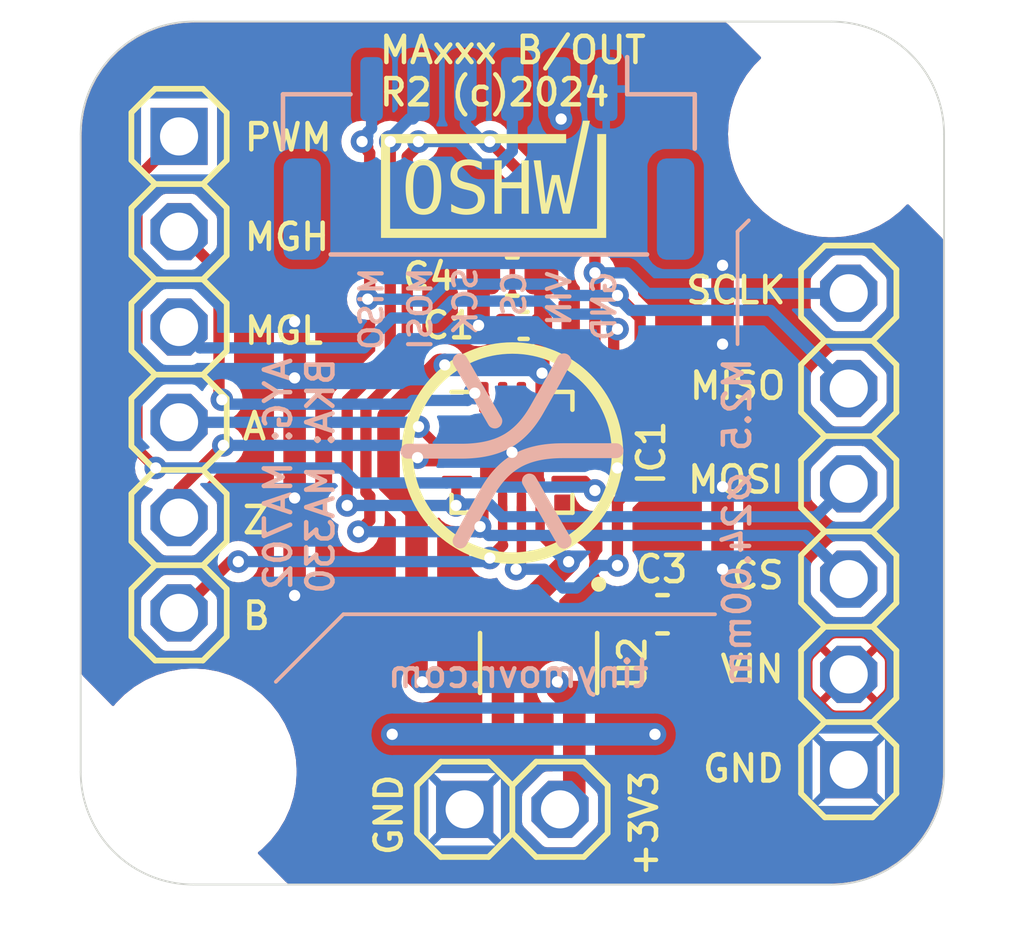
<source format=kicad_pcb>
(kicad_pcb (version 20221018) (generator pcbnew)
  (layers (0 "F.Cu" signal) (31 "B.Cu" signal) (34 "B.Paste" user) (35 "F.Paste" user) (36 "B.SilkS" user "B.Silkscreen") (37 "F.SilkS" user "F.Silkscreen") (38 "B.Mask" user) (39 "F.Mask" user) (44 "Edge.Cuts" user))
  (net 0 "")
  (net 1 "+3V3")
  (net 4 "/A")
  (net 5 "/Z")
  (net 6 "/MOSI")
  (net 7 "/CS")
  (net 8 "/B")
  (net 9 "/MISO")
  (net 10 "/PWM")
  (net 11 "/MGL")
  (net 12 "/SCLK")
  (net 15 "/MGH")
  (net 16 "+5V")
  (net 17 "GND")
  (footprint "MountingHole:MountingHole_2.7mm_M2.5_DIN965" (layer "F.Cu") (at 140 113.5)
    (fp_text reference "H1" hide)
    (fp_text value "MountingHole")
    (pad "" np_thru_hole circle (at 0 0) (size 2.7 2.7) (drill 2.7) (layers "F&B.Cu" "*.Mask") (clearance 1.4))
  )
  (footprint "Capacitor_SMD:C_0603_1608Metric" (layer "F.Cu") (at 148.5 100.3)
    (fp_text reference "C4" (at -2.225 0) (layer "F.SilkS") (effects (font (size 0.7 0.7) (thickness 0.12))))
    (fp_text value "2.2uF")
    (pad "1" smd roundrect (at -0.775 0) (size 0.9 0.95) (layers "F.Cu" "F.Paste" "F.Mask") (net 17 "GND"))
    (pad "2" smd roundrect (at 0.775 0) (size 0.9 0.95) (layers "F.Cu" "F.Paste" "F.Mask") (net 1 "+3V3"))
  )
  (footprint "MA702:1X06-S" (layer "F.Cu") (at 157.4611 107.0936 90)
    (fp_text reference "JP1" hide)
    (fp_text value "PINHD-1X06_2.54-S")
    (pad "1" thru_hole rect (at -6.35 0 90) (size 1.524 1.524) (drill 1.016) (layers "*.Cu" "*.Mask") (net 17 "GND"))
    (pad "2" thru_hole roundrect (at -3.81 0 90) (size 1.524 1.524) (drill 1.016) (layers "*.Cu" "*.Mask") (chamfer_ratio 0.2928932188) (chamfer top_left top_right bottom_left bottom_right) (net 16 "+5V"))
    (pad "3" thru_hole roundrect (at -1.27 0 90) (size 1.524 1.524) (drill 1.016) (layers "*.Cu" "*.Mask") (chamfer_ratio 0.2928932188) (chamfer top_left top_right bottom_left bottom_right) (net 7 "/CS"))
    (pad "4" thru_hole roundrect (at 1.27 0 90) (size 1.524 1.524) (drill 1.016) (layers "*.Cu" "*.Mask") (chamfer_ratio 0.2928932188) (chamfer top_left top_right bottom_left bottom_right) (net 6 "/MOSI"))
    (pad "5" thru_hole roundrect (at 3.81 0 90) (size 1.524 1.524) (drill 1.016) (layers "*.Cu" "*.Mask") (chamfer_ratio 0.2928932188) (chamfer top_left top_right bottom_left bottom_right) (net 9 "/MISO"))
    (pad "6" thru_hole roundrect (at 6.35 0 90) (size 1.524 1.524) (drill 1.016) (layers "*.Cu" "*.Mask") (chamfer_ratio 0.2928932188) (chamfer top_left top_right bottom_left bottom_right) (net 12 "/SCLK"))
  )
  (footprint "Movr_Home:OSHW-Certification-Mark-Logo_6x3mm_SilkScreen" (layer "F.Cu") (at 148 97.7)
    (fp_text reference "REF**" hide)
    (fp_text value "OSHW-Certification-Mark-Logo_6x3mm_SilkScreen" hide)
  )
  (footprint "Capacitor_SMD:C_0603_1608Metric" (layer "F.Cu") (at 152.5 109.3)
    (fp_text reference "C3" (at -0.025 -1.2) (layer "F.SilkS") (effects (font (size 0.7 0.7) (thickness 0.12))))
    (fp_text value "2.2uF")
    (pad "1" smd roundrect (at -0.775 0) (size 0.9 0.95) (layers "F.Cu" "F.Paste" "F.Mask") (net 16 "+5V"))
    (pad "2" smd roundrect (at 0.775 0) (size 0.9 0.95) (layers "F.Cu" "F.Paste" "F.Mask") (net 17 "GND"))
  )
  (footprint "Package_TO_SOT_SMD:SOT-23-5" (layer "F.Cu") (at 149.2 110.6 -90)
    (fp_text reference "U2" (at 0 -2.5 90) (layer "F.SilkS") (effects (font (size 0.7 0.7) (thickness 0.12) bold)))
    (fp_text value "MIC5504-3.3YM5")
    (pad "1" smd roundrect (at -1.1375 -0.95 270) (size 1.325 0.6) (layers "F.Cu" "F.Paste" "F.Mask") (net 16 "+5V"))
    (pad "2" smd roundrect (at -1.1375 0 270) (size 1.325 0.6) (layers "F.Cu" "F.Paste" "F.Mask") (net 17 "GND"))
    (pad "3" smd roundrect (at -1.1375 0.95 270) (size 1.325 0.6) (layers "F.Cu" "F.Paste" "F.Mask") (net 16 "+5V"))
    (pad "4" smd roundrect (at 1.1375 0.95 270) (size 1.325 0.6) (layers "F.Cu" "F.Paste" "F.Mask"))
    (pad "5" smd roundrect (at 1.1375 -0.95 270) (size 1.325 0.6) (layers "F.Cu" "F.Paste" "F.Mask") (net 1 "+3V3"))
  )
  (footprint "MountingHole:MountingHole_2.7mm_M2.5_DIN965" (layer "F.Cu") (at 157 96.5)
    (fp_text reference "H2" hide)
    (fp_text value "MountingHole")
    (pad "" np_thru_hole circle (at 0 0) (size 2.7 2.7) (drill 2.7) (layers "F&B.Cu" "*.Mask") (clearance 1.4))
  )
  (footprint "Capacitor_SMD:C_0402_1005Metric" (layer "F.Cu") (at 148.8 101.6)
    (fp_text reference "C1" (at -2 0) (layer "F.SilkS") (effects (font (size 0.7 0.7) (thickness 0.12) bold)))
    (fp_text value "0.1uF")
    (pad "1" smd roundrect (at -0.48 0) (size 0.56 0.62) (layers "F.Cu" "F.Paste" "F.Mask") (net 17 "GND"))
    (pad "2" smd roundrect (at 0.48 0) (size 0.56 0.62) (layers "F.Cu" "F.Paste" "F.Mask") (net 1 "+3V3"))
  )
  (footprint "MA702:1X02-S" (layer "F.Cu") (at 148.5 114.5)
    (fp_text reference "JP3" hide)
    (fp_text value "PINHD-1X02_2.54-S")
    (pad "1" thru_hole rect (at -1.27 0) (size 1.524 1.524) (drill 1.016) (layers "*.Cu" "*.Mask") (net 17 "GND"))
    (pad "2" thru_hole roundrect (at 1.27 0) (size 1.524 1.524) (drill 1.016) (layers "*.Cu" "*.Mask") (chamfer_ratio 0.2928932188) (chamfer top_left top_right bottom_left bottom_right) (net 1 "+3V3"))
  )
  (footprint "Package_DFN_QFN:QFN-16-1EP_3x3mm_P0.5mm_EP1.7x1.7mm" (layer "F.Cu") (at 148.4911 104.9836)
    (fp_text reference "IC1" (at 3.7089 0.0164 90) (layer "F.SilkS") (effects (font (size 0.7 0.7) (thickness 0.12))))
    (fp_text value "MA702GQ-P")
    (pad "1" smd roundrect (at -1.4625 -0.75) (size 0.825 0.25) (layers "F.Cu" "F.Paste" "F.Mask"))
    (pad "2" smd roundrect (at -1.4625 -0.25) (size 0.825 0.25) (layers "F.Cu" "F.Paste" "F.Mask") (net 4 "/A"))
    (pad "3" smd roundrect (at -1.4625 0.25) (size 0.825 0.25) (layers "F.Cu" "F.Paste" "F.Mask") (net 5 "/Z"))
    (pad "4" smd roundrect (at -1.4625 0.75) (size 0.825 0.25) (layers "F.Cu" "F.Paste" "F.Mask") (net 6 "/MOSI"))
    (pad "5" smd roundrect (at -0.75 1.4625) (size 0.25 0.825) (layers "F.Cu" "F.Paste" "F.Mask") (net 7 "/CS"))
    (pad "6" smd roundrect (at -0.25 1.4625) (size 0.25 0.825) (layers "F.Cu" "F.Paste" "F.Mask") (net 8 "/B"))
    (pad "7" smd roundrect (at 0.25 1.4625) (size 0.25 0.825) (layers "F.Cu" "F.Paste" "F.Mask") (net 9 "/MISO"))
    (pad "8" smd roundrect (at 0.75 1.4625) (size 0.25 0.825) (layers "F.Cu" "F.Paste" "F.Mask") (net 17 "GND"))
    (pad "9" smd roundrect (at 1.4625 0.75) (size 0.825 0.25) (layers "F.Cu" "F.Paste" "F.Mask") (net 10 "/PWM"))
    (pad "10" smd roundrect (at 1.4625 0.25) (size 0.825 0.25) (layers "F.Cu" "F.Paste" "F.Mask") (net 17 "GND"))
    (pad "11" smd roundrect (at 1.4625 -0.25) (size 0.825 0.25) (layers "F.Cu" "F.Paste" "F.Mask") (net 11 "/MGL"))
    (pad "12" smd roundrect (at 1.4625 -0.75) (size 0.825 0.25) (layers "F.Cu" "F.Paste" "F.Mask") (net 12 "/SCLK"))
    (pad "13" smd roundrect (at 0.75 -1.4625) (size 0.25 0.825) (layers "F.Cu" "F.Paste" "F.Mask") (net 1 "+3V3"))
    (pad "14" smd roundrect (at 0.25 -1.4625) (size 0.25 0.825) (layers "F.Cu" "F.Paste" "F.Mask"))
    (pad "15" smd roundrect (at -0.25 -1.4625) (size 0.25 0.825) (layers "F.Cu" "F.Paste" "F.Mask"))
    (pad "16" smd roundrect (at -0.75 -1.4625) (size 0.25 0.825) (layers "F.Cu" "F.Paste" "F.Mask") (net 15 "/MGH"))
    (pad "17" smd rect (at 0 0) (size 1.7 1.7) (layers "F.Cu" "F.Mask") (net 17 "GND"))
  )
  (footprint "MA702:1X06-S" (layer "F.Cu") (at 139.6211 102.9136 -90)
    (fp_text reference "JP2" hide)
    (fp_text value "PINHD-1X06_2.54-S")
    (pad "1" thru_hole rect (at -6.35 0 270) (size 1.524 1.524) (drill 1.016) (layers "*.Cu" "*.Mask") (net 10 "/PWM"))
    (pad "2" thru_hole roundrect (at -3.81 0 270) (size 1.524 1.524) (drill 1.016) (layers "*.Cu" "*.Mask") (chamfer_ratio 0.2928932188) (chamfer top_left top_right bottom_left bottom_right) (net 15 "/MGH"))
    (pad "3" thru_hole roundrect (at -1.27 0 270) (size 1.524 1.524) (drill 1.016) (layers "*.Cu" "*.Mask") (chamfer_ratio 0.2928932188) (chamfer top_left top_right bottom_left bottom_right) (net 11 "/MGL"))
    (pad "4" thru_hole roundrect (at 1.27 0 270) (size 1.524 1.524) (drill 1.016) (layers "*.Cu" "*.Mask") (chamfer_ratio 0.2928932188) (chamfer top_left top_right bottom_left bottom_right) (net 4 "/A"))
    (pad "5" thru_hole roundrect (at 3.81 0 270) (size 1.524 1.524) (drill 1.016) (layers "*.Cu" "*.Mask") (chamfer_ratio 0.2928932188) (chamfer top_left top_right bottom_left bottom_right) (net 5 "/Z"))
    (pad "6" thru_hole roundrect (at 6.35 0 270) (size 1.524 1.524) (drill 1.016) (layers "*.Cu" "*.Mask") (chamfer_ratio 0.2928932188) (chamfer top_left top_right bottom_left bottom_right) (net 8 "/B"))
  )
  (footprint "Connector_JST:JST_GH_SM06B-GHS-TB_1x06-1MP_P1.25mm_Horizontal" (layer "B.Cu") (at 147.875 97.15 180)
    (fp_text reference "FLEX1" hide)
    (fp_text value "Conn_01x06_Male")
    (pad "1" smd roundrect (at -3.125 1.85 180) (size 0.6 1.7) (layers "B.Cu" "B.Paste" "B.Mask") (net 17 "GND"))
    (pad "2" smd roundrect (at -1.875 1.85 180) (size 0.6 1.7) (layers "B.Cu" "B.Paste" "B.Mask") (net 16 "+5V"))
    (pad "3" smd roundrect (at -0.625 1.85 180) (size 0.6 1.7) (layers "B.Cu" "B.Paste" "B.Mask") (net 7 "/CS"))
    (pad "4" smd roundrect (at 0.625 1.85 180) (size 0.6 1.7) (layers "B.Cu" "B.Paste" "B.Mask") (net 12 "/SCLK"))
    (pad "5" smd roundrect (at 1.875 1.85 180) (size 0.6 1.7) (layers "B.Cu" "B.Paste" "B.Mask") (net 6 "/MOSI"))
    (pad "6" smd roundrect (at 3.125 1.85 180) (size 0.6 1.7) (layers "B.Cu" "B.Paste" "B.Mask") (net 9 "/MISO"))
    (pad "MP" smd roundrect (at -4.975 -1.35 180) (size 1 2.7) (layers "B.Cu" "B.Paste" "B.Mask"))
    (pad "MP" smd roundrect (at 4.975 -1.35 180) (size 1 2.7) (layers "B.Cu" "B.Paste" "B.Mask"))
  )
  (gr_poly (pts (xy 148.947551 105.550581) (xy 148.938044 105.551085) (xy 148.928602 105.552077) (xy 148.919223 105.553556) (xy 148.909908 105.555522) (xy 148.900656 105.557976) (xy 148.891469 105.560917) (xy 148.882346 105.564346) (xy 148.873286 105.568262) (xy 148.86429 105.572665) (xy 148.855358 105.577556) (xy 148.846653 105.58284) (xy 148.838338 105.588424) (xy 148.830414 105.594307) (xy 148.822879 105.60049) (xy 148.815734 105.606972) (xy 148.808978 105.613753) (xy 148.802613 105.620834) (xy 148.796637 105.628214) (xy 148.791051 105.635893) (xy 148.785855 105.643871) (xy 148.781049 105.652149) (xy 148.776632 105.660725) (xy 148.772605 105.6696) (xy 148.768967 105.678775) (xy 148.765719 105.688249) (xy 148.76286 105.698021) (xy 148.76044 105.707911) (xy 148.758507 105.717737) (xy 148.757061 105.727499) (xy 148.756103 105.737197) (xy 148.755632 105.746832) (xy 148.755649 105.756403) (xy 148.756153 105.765909) (xy 148.757145 105.775352) (xy 148.758624 105.784731) (xy 148.76059 105.794046) (xy 148.763044 105.803297) (xy 148.765985 105.812485) (xy 148.769414 105.821608) (xy 148.77333 105.830668) (xy 148.777734 105.839663) (xy 148.782625 105.848595) (xy 149.707343 107.451653) (xy 149.709854 107.455885) (xy 149.712455 107.460038) (xy 149.715147 107.464112) (xy 149.717929 107.468108) (xy 149.720802 107.472024) (xy 149.723765 107.475862) (xy 149.726818 107.47962) (xy 149.729962 107.4833) (xy 149.733195 107.486901) (xy 149.736519 107.490422) (xy 149.739933 107.493865) (xy 149.743438 107.497228) (xy 149.747032 107.500512) (xy 149.750716 107.503716) (xy 149.75449 107.506842) (xy 149.758355 107.509888) (xy 149.762296 107.512835) (xy 149.76629 107.515676) (xy 149.770337 107.518409) (xy 149.774438 107.521034) (xy 149.778592 107.523552) (xy 149.782799 107.525963) (xy 149.787059 107.528266) (xy 149.791373 107.530462) (xy 149.79574 107.53255) (xy 149.80016 107.53453) (xy 149.804633 107.536403) (xy 149.809159 107.538168) (xy 149.813738 107.539825) (xy 149.818371 107.541375) (xy 149.823056 107.542817) (xy 149.827795 107.544151) (xy 149.832564 107.54537) (xy 149.837341 107.54647) (xy 149.842127 107.547449) (xy 149.84692 107.548308) (xy 149.851721 107.549047) (xy 149.85653 107.549665) (xy 149.861347 107.550163) (xy 149.866172 107.550541) (xy 149.871005 107.550798) (xy 149.875846 107.550935) (xy 149.880694 107.550952) (xy 149.885551 107.550848) (xy 149.890415 107.550624) (xy 149.895287 107.55028) (xy 149.900168 107.549816) (xy 149.905056 107.549231) (xy 149.909928 107.548534) (xy 149.914762 107.547723) (xy 149.919558 107.546798) (xy 149.924314 107.545758) (xy 149.929033 107.544605) (xy 149.933712 107.543337) (xy 149.938353 107.541956) (xy 149.942955 107.54046) (xy 149.947519 107.53885) (xy 149.952044 107.537126) (xy 149.95653 107.535288) (xy 149.960978 107.533336) (xy 149.965387 107.53127) (xy 149.969757 107.52909) (xy 149.974089 107.526795) (xy 149.978382 107.524387) (xy 149.987087 107.519102) (xy 149.995402 107.513519) (xy 150.003327 107.507635) (xy 150.010862 107.501453) (xy 150.018007 107.494971) (xy 150.024763 107.488189) (xy 150.031129 107.481109) (xy 150.037105 107.473729) (xy 150.042692 107.46605) (xy 150.047889 107.458071) (xy 150.052696 107.449794) (xy 150.057113 107.441218) (xy 150.06114 107.432342) (xy 150.064778 107.423167) (xy 150.068025 107.413694) (xy 150.070883 107.403922) (xy 150.073303 107.394032) (xy 150.075235 107.384206) (xy 150.07668 107.374443) (xy 150.077637 107.364745) (xy 150.078107 107.355111) (xy 150.07809 107.34554) (xy 150.077586 107.336033) (xy 150.076594 107.326591) (xy 150.075115 107.317212) (xy 150.073148 107.307897) (xy 150.070695 107.298645) (xy 150.067754 107.289458) (xy 150.064325 107.280335) (xy 150.06041 107.271275) (xy 150.056007 107.262279) (xy 150.051116 107.253347) (xy 149.126397 105.65029) (xy 149.121113 105.641585) (xy 149.11553 105.63327) (xy 149.109648 105.625345) (xy 149.103467 105.61781) (xy 149.096987 105.610665) (xy 149.090207 105.60391) (xy 149.083128 105.597545) (xy 149.07575 105.591569) (xy 149.068072 105.585983) (xy 149.060094 105.580787) (xy 149.051817 105.57598) (xy 149.04324 105.571564) (xy 149.034363 105.567536) (xy 149.025186 105.563899) (xy 149.015709 105.56065) (xy 149.005932 105.557792) (xy 148.996043 105.555371) (xy 148.986216 105.553438) (xy 148.976454 105.551993) (xy 148.966756 105.551035) (xy 148.957122 105.550564)) (fill solid) (layer "B.SilkS"))
  (gr_line (start 144 109.3) (end 142.2 111.1) (stroke (width 0.1)) (layer "B.SilkS"))
  (gr_line (start 153.9 109.3) (end 144 109.3) (stroke (width 0.1)) (layer "B.SilkS"))
  (gr_line (start 154.8 98.8) (end 154.5 99.1) (stroke (width 0.1)) (layer "B.SilkS"))
  (gr_poly (pts (xy 147.10113 102.347008) (xy 147.091623 102.347513) (xy 147.082181 102.348504) (xy 147.072802 102.349984) (xy 147.063486 102.35195) (xy 147.054235 102.354404) (xy 147.045048 102.357345) (xy 147.035924 102.360773) (xy 147.026865 102.364688) (xy 147.017869 102.369091) (xy 147.008937 102.373981) (xy 147.000232 102.379265) (xy 146.991916 102.384848) (xy 146.98399 102.39073) (xy 146.976454 102.396912) (xy 146.969307 102.403393) (xy 146.96255 102.410173) (xy 146.956183 102.417253) (xy 146.950206 102.424632) (xy 146.944619 102.43231) (xy 146.939422 102.440288) (xy 146.934616 102.448565) (xy 146.9302 102.457141) (xy 146.926174 102.466016) (xy 146.922538 102.475191) (xy 146.919293 102.484665) (xy 146.916439 102.494438) (xy 146.914018 102.504329) (xy 146.912086 102.514157) (xy 146.91064 102.52392) (xy 146.909682 102.53362) (xy 146.909211 102.543256) (xy 146.909228 102.552827) (xy 146.909732 102.562335) (xy 146.910724 102.571778) (xy 146.912203 102.581158) (xy 146.914169 102.590474) (xy 146.916623 102.599725) (xy 146.919564 102.608913) (xy 146.922993 102.618036) (xy 146.926909 102.627096) (xy 146.931312 102.636092) (xy 146.936203 102.645023) (xy 147.860922 104.248078) (xy 147.866206 104.256783) (xy 147.871789 104.265098) (xy 147.877671 104.273022) (xy 147.883852 104.280557) (xy 147.890332 104.287703) (xy 147.897111 104.294458) (xy 147.904189 104.300823) (xy 147.911566 104.306799) (xy 147.919243 104.312385) (xy 147.927219 104.317581) (xy 147.935494 104.322387) (xy 147.944068 104.326804) (xy 147.952942 104.330831) (xy 147.962115 104.334469) (xy 147.971588 104.337717) (xy 147.98136 104.340576) (xy 147.991255 104.342996) (xy 148.001085 104.344929) (xy 148.010851 104.346375) (xy 148.020552 104.347333) (xy 148.030189 104.347803) (xy 148.039762 104.347787) (xy 148.04927 104.347283) (xy 148.058714 104.346291) (xy 148.068095 104.344812) (xy 148.07741 104.342846) (xy 148.086662 104.340392) (xy 148.09585 104.337451) (xy 148.104974 104.334022) (xy 148.114033 104.330106) (xy 148.123029 104.325703) (xy 148.131961 104.320812) (xy 148.140666 104.315528) (xy 148.148981 104.309945) (xy 148.156906 104.304063) (xy 148.164441 104.297881) (xy 148.171586 104.291401) (xy 148.178341 104.284621) (xy 148.184706 104.277542) (xy 148.190682 104.270164) (xy 148.196268 104.262486) (xy 148.201464 104.254508) (xy 148.206271 104.246231) (xy 148.210687 104.237654) (xy 148.214715 104.228777) (xy 148.218352 104.2196) (xy 148.221601 104.210124) (xy 148.224459 104.200347) (xy 148.22688 104.190457) (xy 148.228812 104.180631) (xy 148.230258 104.170869) (xy 148.231216 104.16117) (xy 148.231687 104.151536) (xy 148.23167 104.141965) (xy 148.231166 104.132459) (xy 148.230174 104.123016) (xy 148.228695 104.113637) (xy 148.226729 104.104322) (xy 148.224275 104.09507) (xy 148.221334 104.085883) (xy 148.217905 104.07676) (xy 148.213989 104.0677) (xy 148.209586 104.058704) (xy 148.204695 104.049772) (xy 147.279976 102.446715) (xy 147.274692 102.438011) (xy 147.269108 102.429696) (xy 147.263225 102.421771) (xy 147.257042 102.414235) (xy 147.25056 102.40709) (xy 147.243779 102.400334) (xy 147.236698 102.393968) (xy 147.229319 102.387992) (xy 147.22164 102.382405) (xy 147.213661 102.377209) (xy 147.205384 102.372402) (xy 147.196807 102.367985) (xy 147.187932 102.363957) (xy 147.178758 102.36032) (xy 147.169284 102.357072) (xy 147.159512 102.354214) (xy 147.149622 102.351795) (xy 147.139796 102.349863) (xy 147.130033 102.348418) (xy 147.120335 102.347461) (xy 147.110701 102.346991)) (fill solid) (layer "B.SilkS"))
  (gr_poly (pts (xy 149.736766 104.743073) (xy 149.64239 104.746445) (xy 149.550082 104.75204) (xy 149.459843 104.759856) (xy 149.371671 104.769894) (xy 149.285568 104.782153) (xy 149.201532 104.796634) (xy 149.119565 104.813337) (xy 149.039666 104.832261) (xy 148.961836 104.853407) (xy 148.886073 104.876774) (xy 148.812379 104.902363) (xy 148.740752 104.930173) (xy 148.671194 104.960205) (xy 148.603704 104.992458) (xy 148.538282 105.026932) (xy 148.474529 105.063849) (xy 148.411986 105.10345) (xy 148.350654 105.145736) (xy 148.290533 105.190707) (xy 148.231622 105.238362) (xy 148.173922 105.288702) (xy 148.117433 105.341726) (xy 148.062154 105.397434) (xy 148.008086 105.455827) (xy 147.955229 105.516905) (xy 147.903583 105.580667) (xy 147.853148 105.647113) (xy 147.803923 105.716244) (xy 147.75591 105.78806) (xy 147.709107 105.86256) (xy 147.663516 105.939744) (xy 147.451739 106.31188) (xy 147.259359 106.655138) (xy 147.086376 106.969523) (xy 146.93279 107.255041) (xy 146.930536 107.259414) (xy 146.928397 107.263822) (xy 146.926373 107.268264) (xy 146.924465 107.272741) (xy 146.922672 107.277253) (xy 146.920994 107.2818) (xy 146.919431 107.286381) (xy 146.917983 107.290998) (xy 146.91665 107.295649) (xy 146.915433 107.300334) (xy 146.91433 107.305054) (xy 146.913342 107.309809) (xy 146.912469 107.314599) (xy 146.911711 107.319424) (xy 146.911067 107.324283) (xy 146.910539 107.329177) (xy 146.910132 107.334082) (xy 146.909844 107.338976) (xy 146.909676 107.343858) (xy 146.909626 107.348727) (xy 146.909696 107.353585) (xy 146.909885 107.358431) (xy 146.910193 107.363265) (xy 146.910621 107.368087) (xy 146.911168 107.372897) (xy 146.911835 107.377694) (xy 146.912621 107.38248) (xy 146.913526 107.387253) (xy 146.914551 107.392014) (xy 146.915696 107.396763) (xy 146.91696 107.401499) (xy 146.918343 107.406223) (xy 146.919845 107.410913) (xy 146.921452 107.415545) (xy 146.923164 107.42012) (xy 146.924982 107.424639) (xy 146.926905 107.4291) (xy 146.928934 107.433504) (xy 146.931069 107.437851) (xy 146.933309 107.442141) (xy 146.935655 107.446374) (xy 146.938107 107.450549) (xy 146.940665 107.454668) (xy 146.943328 107.45873) (xy 146.946098 107.462735) (xy 146.948973 107.466682) (xy 146.951954 107.470573) (xy 146.955042 107.474406) (xy 146.958224 107.478165) (xy 146.961482 107.481829) (xy 146.964816 107.485401) (xy 146.968224 107.488878) (xy 146.971708 107.492263) (xy 146.975268 107.495554) (xy 146.978903 107.498752) (xy 146.982615 107.501857) (xy 146.986402 107.504869) (xy 146.990265 107.507788) (xy 146.994205 107.510614) (xy 146.99822 107.513347) (xy 147.002313 107.515988) (xy 147.006481 107.518536) (xy 147.010727 107.520991) (xy 147.015049 107.523354) (xy 147.024146 107.527927) (xy 147.03329 107.53201) (xy 147.042482 107.535604) (xy 147.05172 107.538709) (xy 147.061005 107.541324) (xy 147.070337 107.54345) (xy 147.079716 107.545087) (xy 147.089142 107.546235) (xy 147.098615 107.546893) (xy 147.108135 107.547062) (xy 147.117701 107.546742) (xy 147.127314 107.545932) (xy 147.136973 107.544633) (xy 147.14668 107.542845) (xy 147.156433 107.540568) (xy 147.166232 107.537801) (xy 147.175898 107.5346) (xy 147.185252 107.53102) (xy 147.194293 107.52706) (xy 147.203022 107.522721) (xy 147.211438 107.518002) (xy 147.219541 107.512905) (xy 147.227331 107.507428) (xy 147.234809 107.501573) (xy 147.241974 107.495339) (xy 147.248825 107.488725) (xy 147.255364 107.481734) (xy 147.26159 107.474363) (xy 147.267503 107.466614) (xy 147.273103 107.458486) (xy 147.278389 107.44998) (xy 147.283363 107.441096) (xy 147.357 107.303301) (xy 147.435498 107.158282) (xy 147.56225 106.927335) (xy 147.699897 106.680144) (xy 147.848437 106.416706) (xy 148.007871 106.137017) (xy 148.046403 106.071712) (xy 148.085816 106.008757) (xy 148.126113 105.948155) (xy 148.167291 105.889903) (xy 148.209352 105.834003) (xy 148.252296 105.780455) (xy 148.296121 105.729258) (xy 148.34083 105.680413) (xy 148.38642 105.633919) (xy 148.432894 105.589776) (xy 148.480249 105.547986) (xy 148.528487 105.508546) (xy 148.577608 105.471458) (xy 148.62761 105.436722) (xy 148.678496 105.404337) (xy 148.730263 105.374303) (xy 148.784444 105.345817) (xy 148.840592 105.319167) (xy 148.898709 105.294353) (xy 148.958794 105.271374) (xy 149.020848 105.25023) (xy 149.08487 105.230922) (xy 149.150861 105.21345) (xy 149.218821 105.197813) (xy 149.288749 105.184012) (xy 149.360646 105.172046) (xy 149.434511 105.161915) (xy 149.510346 105.153621) (xy 149.588149 105.147162) (xy 149.667921 105.142538) (xy 149.749662 105.13975) (xy 149.833372 105.138797) (xy 151.262043 105.138797) (xy 151.272223 105.13857) (xy 151.282215 105.137888) (xy 151.292019 105.136752) (xy 151.301635 105.135162) (xy 151.311063 105.133117) (xy 151.320303 105.130618) (xy 151.329355 105.127665) (xy 151.338218 105.124259) (xy 151.346894 105.120398) (xy 151.355382 105.116083) (xy 151.363682 105.111315) (xy 151.371793 105.106092) (xy 151.379717 105.100417) (xy 151.387452 105.094287) (xy 151.395 105.087704) (xy 151.402359 105.080668) (xy 151.409397 105.073311) (xy 151.415981 105.065766) (xy 151.42211 105.058032) (xy 151.427786 105.05011) (xy 151.433007 105.041999) (xy 151.437775 105.0337) (xy 151.442088 105.025213) (xy 151.445948 105.016537) (xy 151.449353 105.007673) (xy 151.452305 104.998621) (xy 151.454802 104.989381) (xy 151.456845 104.979953) (xy 151.458434 104.970337) (xy 151.459569 104.960532) (xy 151.46025 104.95054) (xy 151.460477 104.94036) (xy 151.460418 104.935436) (xy 151.460241 104.930535) (xy 151.459946 104.925658) (xy 151.459533 104.920804) (xy 151.459002 104.915975) (xy 151.458353 104.911169) (xy 151.457586 104.906387) (xy 151.456701 104.901628) (xy 151.455698 104.896894) (xy 151.454577 104.892184) (xy 151.453338 104.887497) (xy 151.451981 104.882834) (xy 151.450506 104.878196) (xy 151.448913 104.873581) (xy 151.447202 104.868991) (xy 151.445372 104.864425) (xy 151.443434 104.859899) (xy 151.441396 104.85544) (xy 151.439258 104.851049) (xy 151.43702 104.846724) (xy 151.434681 104.842465) (xy 151.432243 104.838274) (xy 151.429705 104.834149) (xy 151.427066 104.830092) (xy 151.424328 104.8261) (xy 151.421489 104.822176) (xy 151.418551 104.818318) (xy 151.415512 104.814526) (xy 151.412373 104.810801) (xy 151.409134 104.807143) (xy 151.405795 104.803551) (xy 151.402356 104.800025) (xy 151.398834 104.796588) (xy 151.395246 104.79325) (xy 151.39159 104.790012) (xy 151.387867 104.786874) (xy 151.384077 104.783836) (xy 151.380221 104.780898) (xy 151.376298 104.778061) (xy 151.372307 104.775323) (xy 151.36825 104.772685) (xy 151.364126 104.770148) (xy 151.359935 104.767711) (xy 151.355678 104.765374) (xy 151.351353 104.763138) (xy 151.346962 104.761001) (xy 151.342503 104.758966) (xy 151.337978 104.75703) (xy 151.333408 104.755199) (xy 151.328815 104.753487) (xy 151.324198 104.751893) (xy 151.319558 104.750417) (xy 151.314894 104.749059) (xy 151.310206 104.74782) (xy 151.305495 104.746699) (xy 151.300761 104.745696) (xy 151.296003 104.744811) (xy 151.291222 104.744045) (xy 151.286417 104.743396) (xy 151.281589 104.742865) (xy 151.276737 104.742453) (xy 151.271861 104.742158) (xy 151.266962 104.741981) (xy 151.26204 104.741922) (xy 149.833211 104.741922)) (fill solid) (layer "B.SilkS"))
  (gr_line (start 154.5 99.1) (end 154.5 102.1) (stroke (width 0.1)) (layer "B.SilkS"))
  (gr_poly (pts (xy 149.863362 102.347205) (xy 149.853749 102.348015) (xy 149.844089 102.349314) (xy 149.834383 102.351102) (xy 149.82463 102.353379) (xy 149.81483 102.356146) (xy 149.805162 102.359346) (xy 149.795807 102.362926) (xy 149.786765 102.366885) (xy 149.778037 102.371223) (xy 149.769622 102.375939) (xy 149.76152 102.381035) (xy 149.753731 102.386509) (xy 149.746255 102.392363) (xy 149.739092 102.398596) (xy 149.732242 102.405207) (xy 149.725706 102.412198) (xy 149.719481 102.419568) (xy 149.71357 102.427317) (xy 149.707972 102.435445) (xy 149.702686 102.443952) (xy 149.697712 102.452838) (xy 149.624065 102.590624) (xy 149.545577 102.73564) (xy 149.418825 102.966592) (xy 149.281179 103.213788) (xy 149.132638 103.477226) (xy 148.973204 103.756905) (xy 148.934673 103.822211) (xy 148.895259 103.885166) (xy 148.854963 103.945771) (xy 148.813784 104.004024) (xy 148.771723 104.059925) (xy 148.72878 104.113476) (xy 148.684954 104.164675) (xy 148.640246 104.213523) (xy 148.594655 104.260019) (xy 148.548182 104.304164) (xy 148.500826 104.345957) (xy 148.452588 104.385399) (xy 148.403468 104.422489) (xy 148.353465 104.457226) (xy 148.30258 104.489612) (xy 148.250812 104.519646) (xy 148.196631 104.548132) (xy 148.140482 104.574782) (xy 148.082364 104.599597) (xy 148.022277 104.622576) (xy 147.960221 104.643719) (xy 147.896197 104.663027) (xy 147.830204 104.6805) (xy 147.762242 104.696136) (xy 147.692312 104.709938) (xy 147.620414 104.721904) (xy 147.546546 104.732034) (xy 147.470711 104.740328) (xy 147.392907 104.746788) (xy 147.313135 104.751411) (xy 147.231394 104.754199) (xy 147.147685 104.755152) (xy 145.719014 104.755152) (xy 145.708834 104.755379) (xy 145.698841 104.75606) (xy 145.689037 104.757194) (xy 145.679421 104.758783) (xy 145.669993 104.760826) (xy 145.660753 104.763322) (xy 145.651701 104.766273) (xy 145.642837 104.769677) (xy 145.634162 104.773536) (xy 145.625674 104.777848) (xy 145.617375 104.782614) (xy 145.609264 104.787834) (xy 145.601342 104.793508) (xy 145.593608 104.799636) (xy 145.586062 104.806218) (xy 145.578705 104.813254) (xy 145.571669 104.820616) (xy 145.565087 104.828166) (xy 145.558957 104.835903) (xy 145.553282 104.843828) (xy 145.548059 104.851942) (xy 145.543291 104.860243) (xy 145.538976 104.868732) (xy 145.535115 104.877409) (xy 145.531708 104.886274) (xy 145.528755 104.895327) (xy 145.526257 104.904567) (xy 145.524212 104.913996) (xy 145.522621 104.923613) (xy 145.521485 104.933417) (xy 145.520804 104.943409) (xy 145.520576 104.953589) (xy 145.520804 104.963769) (xy 145.521485 104.973762) (xy 145.522621 104.983566) (xy 145.524212 104.993182) (xy 145.526257 105.00261) (xy 145.528755 105.01185) (xy 145.531708 105.020902) (xy 145.535115 105.029766) (xy 145.538976 105.038442) (xy 145.543291 105.046929) (xy 145.548059 105.055228) (xy 145.553282 105.063339) (xy 145.558957 105.071261) (xy 145.565087 105.078995) (xy 145.571669 105.086541) (xy 145.578705 105.093898) (xy 145.586067 105.100938) (xy 145.593615 105.107524) (xy 145.601352 105.113656) (xy 145.609275 105.119333) (xy 145.617387 105.124556) (xy 145.625686 105.129324) (xy 145.634172 105.133638) (xy 145.642847 105.137498) (xy 145.651709 105.140903) (xy 145.66076 105.143855) (xy 145.669998 105.146352) (xy 145.679425 105.148395) (xy 145.689039 105.149984) (xy 145.698842 105.151119) (xy 145.708834 105.1518) (xy 145.719014 105.152027) (xy 147.147844 105.152027) (xy 147.244292 105.150876) (xy 147.338671 105.147504) (xy 147.430982 105.141909) (xy 147.521224 105.134093) (xy 147.609397 105.124055) (xy 147.695502 105.111795) (xy 147.779539 105.097313) (xy 147.861507 105.080609) (xy 147.941407 105.061683) (xy 148.019238 105.040536) (xy 148.095001 105.017166) (xy 148.168696 104.991575) (xy 148.240323 104.963762) (xy 148.309881 104.933727) (xy 148.377371 104.90147) (xy 148.442793 104.866991) (xy 148.506546 104.830074) (xy 148.569089 104.790473) (xy 148.630421 104.748189) (xy 148.690542 104.70322) (xy 148.749453 104.655567) (xy 148.807153 104.605229) (xy 148.863643 104.552208) (xy 148.918921 104.496502) (xy 148.972989 104.438111) (xy 149.025846 104.377036) (xy 149.077492 104.313276) (xy 149.127928 104.246832) (xy 149.177152 104.177702) (xy 149.225165 104.105888) (xy 149.271968 104.031389) (xy 149.317559 103.954205) (xy 149.529335 103.582061) (xy 149.72171 103.238796) (xy 149.894685 102.92441) (xy 150.048261 102.638903) (xy 150.050517 102.634528) (xy 150.052657 102.630118) (xy 150.054682 102.625673) (xy 150.056592 102.621194) (xy 150.058387 102.61668) (xy 150.060066 102.612132) (xy 150.06163 102.607549) (xy 150.063079 102.602932) (xy 150.064413 102.59828) (xy 150.065631 102.593593) (xy 150.066734 102.588872) (xy 150.067722 102.584116) (xy 150.068594 102.579325) (xy 150.069352 102.5745) (xy 150.069994 102.56964) (xy 150.070521 102.564746) (xy 150.07093 102.55984) (xy 150.07122 102.554946) (xy 150.07139 102.550065) (xy 150.07144 102.545196) (xy 150.071371 102.540339) (xy 150.071182 102.535494) (xy 150.070873 102.530662) (xy 150.070445 102.525841) (xy 150.069897 102.521033) (xy 150.069229 102.516237) (xy 150.068441 102.511453) (xy 150.067534 102.506681) (xy 150.066507 102.501921) (xy 150.06536 102.497174) (xy 150.064094 102.492438) (xy 150.062708 102.487715) (xy 150.061209 102.483026) (xy 150.059604 102.478394) (xy 150.057894 102.47382) (xy 150.056077 102.469302) (xy 150.054154 102.464841) (xy 150.052126 102.460438) (xy 150.049991 102.456091) (xy 150.04775 102.451801) (xy 150.045404 102.447569) (xy 150.042951 102.443393) (xy 150.040393 102.439275) (xy 150.037729 102.435213) (xy 150.034959 102.431209) (xy 150.032082 102.427261) (xy 150.0291 102.423371) (xy 150.026013 102.419537) (xy 150.022833 102.415779) (xy 150.019578 102.412114) (xy 150.016247 102.408542) (xy 150.012839 102.405063) (xy 150.009356 102.401678) (xy 150.005796 102.398386) (xy 150.002161 102.395187) (xy 149.998449 102.392081) (xy 149.994662 102.389069) (xy 149.990798 102.386149) (xy 149.986858 102.383323) (xy 149.982842 102.380591) (xy 149.97875 102.377951) (xy 149.974582 102.375405) (xy 149.970338 102.372952) (xy 149.966018 102.370592) (xy 149.956919 102.366019) (xy 149.947774 102.361936) (xy 149.938582 102.358342) (xy 149.929343 102.355238) (xy 149.920057 102.352622) (xy 149.910724 102.350496) (xy 149.901345 102.34886) (xy 149.891919 102.347712) (xy 149.882447 102.347054) (xy 149.872928 102.346885)) (fill solid) (layer "B.SilkS"))
  (gr_circle (center 148.5011 105.0036) (end 151.3011 105.0036) (stroke (width 0.3048)) (fill none) (layer "F.SilkS"))
  (gr_line (start 140.0011 116.5036) (end 157.0011 116.5036) (stroke (width 0.05)) (layer "Edge.Cuts"))
  (gr_arc (start 137.0011 96.5036) (mid 137.87978 94.38228) (end 140.0011 93.5036) (stroke (width 0.05)) (layer "Edge.Cuts"))
  (gr_arc (start 157.0011 93.5036) (mid 159.12242 94.38228) (end 160.0011 96.5036) (stroke (width 0.05)) (layer "Edge.Cuts"))
  (gr_line (start 137.0011 96.5036) (end 137.0011 113.5036) (stroke (width 0.05)) (layer "Edge.Cuts"))
  (gr_line (start 160.0011 113.5036) (end 160.0011 96.5036) (stroke (width 0.05)) (layer "Edge.Cuts"))
  (gr_arc (start 140.0011 116.5036) (mid 137.87978 115.62492) (end 137.0011 113.5036) (stroke (width 0.05)) (layer "Edge.Cuts"))
  (gr_line (start 157.0011 93.5036) (end 140.0011 93.5036) (stroke (width 0.05)) (layer "Edge.Cuts"))
  (gr_arc (start 160.0011 113.5036) (mid 159.12242 115.62492) (end 157.0011 116.5036) (stroke (width 0.05)) (layer "Edge.Cuts"))
  (gr_text "CS" (at 148.9 100.1 90) (layer "B.SilkS") (effects (font (size 0.6 0.6) (thickness 0.11) bold) (justify left bottom mirror)))
  (gr_text "tinymovr.com" (at 152.2 111.3) (layer "B.SilkS") (effects (font (size 0.7 0.7) (thickness 0.12) bold) (justify left bottom mirror)))
  (gr_text "GND" (at 151.3 100.1 90) (layer "B.SilkS") (effects (font (size 0.6 0.6) (thickness 0.11) bold) (justify left bottom mirror)))
  (gr_text "MOSI" (at 146.4 100 90) (layer "B.SilkS") (effects (font (size 0.6 0.6) (thickness 0.11) bold) (justify left bottom mirror)))
  (gr_text "SCK" (at 147.6 100 90) (layer "B.SilkS") (effects (font (size 0.6 0.6) (thickness 0.11) bold) (justify left bottom mirror)))
  (gr_text "AYG: MA702\nBKA: MA330" (at 143.8 102.4 90) (layer "B.SilkS") (effects (font (size 0.7 0.7) (thickness 0.12) bold) (justify left bottom mirror)))
  (gr_text "VIN" (at 150.1 100.1 90) (layer "B.SilkS") (effects (font (size 0.6 0.6) (thickness 0.11) bold) (justify left bottom mirror)))
  (gr_text "M2.5 ⌀24.00mm" (at 154.9 102.4 90) (layer "B.SilkS") (effects (font (size 0.7 0.7) (thickness 0.12) bold) (justify left bottom mirror)))
  (gr_text "MISO" (at 145.1 100 90) (layer "B.SilkS") (effects (font (size 0.6 0.6) (thickness 0.11) bold) (justify left bottom mirror)))
  (gr_text "MOSI" (at 155.8011 105.3036) (layer "F.SilkS") (effects (font (size 0.7 0.7) (thickness 0.12) bold) (justify right top)))
  (gr_text "SCLK" (at 155.8511 100.2536) (layer "F.SilkS") (effects (font (size 0.7 0.7) (thickness 0.12) bold) (justify right top)))
  (gr_text "GND" (at 144.8 113.5 90) (layer "F.SilkS") (effects (font (size 0.7 0.7) (thickness 0.12) bold) (justify right top)))
  (gr_text "MGH" (at 141.3011 99.6536) (layer "F.SilkS") (effects (font (size 0.7 0.7) (thickness 0.12) bold) (justify left bottom)))
  (gr_text "Z" (at 141.2511 107.2036) (layer "F.SilkS") (effects (font (size 0.7 0.7) (thickness 0.12) bold) (justify left bottom)))
  (gr_text "VIN" (at 155.8011 110.3536) (layer "F.SilkS") (effects (font (size 0.7 0.7) (thickness 0.12) bold) (justify right top)))
  (gr_text "CS" (at 155.8011 107.8536) (layer "F.SilkS") (effects (font (size 0.7 0.7) (thickness 0.12) bold) (justify right top)))
  (gr_text "B" (at 141.2511 109.7536) (layer "F.SilkS") (effects (font (size 0.7 0.7) (thickness 0.12) bold) (justify left bottom)))
  (gr_text "A" (at 141.2511 104.7036) (layer "F.SilkS") (effects (font (size 0.7 0.7) (thickness 0.12) bold) (justify left bottom)))
  (gr_text "GND" (at 155.8011 113.0036) (layer "F.SilkS") (effects (font (size 0.7 0.7) (thickness 0.12) bold) (justify right top)))
  (gr_text "PWM" (at 141.3 97) (layer "F.SilkS") (effects (font (size 0.7 0.7) (thickness 0.12) bold) (justify left bottom)))
  (gr_text "MISO" (at 155.8511 102.8036) (layer "F.SilkS") (effects (font (size 0.7 0.7) (thickness 0.12) bold) (justify right top)))
  (gr_text "+3V3" (at 151.6 113.4 90) (layer "F.SilkS") (effects (font (size 0.7 0.7) (thickness 0.12) bold) (justify right top)))
  (gr_text "MGL" (at 141.3011 102.1536) (layer "F.SilkS") (effects (font (size 0.7 0.7) (thickness 0.12) bold) (justify left bottom)))
  (gr_text "MAxxx B/OUT\nR2 (c)2024" (at 144.9 95.8) (layer "F.SilkS") (effects (font (size 0.7 0.7) (thickness 0.12) bold) (justify left bottom)))
  (segment (start 145.2024 105.798555) (end 145.2024 104.033545) (width 0.6) (layer "F.Cu") (net 1))
  (segment (start 145.9476 110.9476) (end 145.9476 106.543755) (width 0.6) (layer "F.Cu") (net 1))
  (segment (start 149.2411 102.923858) (end 149.291283 102.873675) (width 0.25) (layer "F.Cu") (net 1))
  (segment (start 145.9476 106.543755) (end 145.2024 105.798555) (width 0.6) (layer "F.Cu") (net 1))
  (segment (start 149.291283 102.873675) (end 149.291283 101.611283) (width 0.4) (layer "F.Cu") (net 1))
  (segment (start 145.2024 104.033545) (end 146.581645 102.6543) (width 0.6) (layer "F.Cu") (net 1))
  (segment (start 149.2411 103.5211) (end 149.2411 102.923858) (width 0.25) (layer "F.Cu") (net 1))
  (segment (start 149.28 100.305) (end 149.275 100.3) (width 0.4) (layer "F.Cu") (net 1))
  (segment (start 149.7 111.1) (end 149.7 111.2875) (width 0.6) (layer "F.Cu") (net 1))
  (segment (start 149.28 101.6) (end 149.28 100.305) (width 0.4) (layer "F.Cu") (net 1))
  (segment (start 150.15 114.12) (end 149.77 114.5) (width 0.6) (layer "F.Cu") (net 1))
  (segment (start 149.291283 101.611283) (end 149.28 101.6) (width 0.4) (layer "F.Cu") (net 1))
  (segment (start 146.581645 102.6543) (end 146.7 102.6543) (width 0.6) (layer "F.Cu") (net 1))
  (segment (start 150.15 111.7375) (end 150.15 114.12) (width 0.6) (layer "F.Cu") (net 1))
  (segment (start 146.1 111.1) (end 145.9476 110.9476) (width 0.6) (layer "F.Cu") (net 1))
  (segment (start 149.7 111.2875) (end 150.15 111.7375) (width 0.6) (layer "F.Cu") (net 1))
  (via (at 146.1 111.1) (size 0.6) (drill 0.3) (layers "F.Cu" "B.Cu") (net 1))
  (via (at 146.7 102.6543) (size 0.6) (drill 0.3) (layers "F.Cu" "B.Cu") (net 1))
  (via (at 149.7 111.1) (size 0.6) (drill 0.3) (layers "F.Cu" "B.Cu") (net 1))
  (via (at 149.291283 102.873675) (size 0.6) (drill 0.3) (layers "F.Cu" "B.Cu") (net 1))
  (segment (start 146.7 102.6543) (end 149.071908 102.6543) (width 0.6) (layer "B.Cu") (net 1))
  (segment (start 149.7 111.1) (end 146.1 111.1) (width 0.6) (layer "B.Cu") (net 1))
  (segment (start 149.071908 102.6543) (end 149.291283 102.873675) (width 0.6) (layer "B.Cu") (net 1))
  (segment (start 146.4336 104.7336) (end 147.0286 104.7336) (width 0.25) (layer "F.Cu") (net 4))
  (segment (start 146 104.3) (end 146.4336 104.7336) (width 0.25) (layer "F.Cu") (net 4))
  (via (at 146 104.3) (size 0.6) (drill 0.3) (layers "F.Cu" "B.Cu") (net 4))
  (segment (start 146 104.3) (end 145.8836 104.1836) (width 0.3) (layer "B.Cu") (net 4))
  (segment (start 145.8836 104.1836) (end 139.6211 104.1836) (width 0.3) (layer "B.Cu") (net 4))
  (segment (start 146.082384 105.2336) (end 147.0286 105.2336) (width 0.25) (layer "F.Cu") (net 5))
  (segment (start 145.974392 105.125608) (end 146.082384 105.2336) (width 0.25) (layer "F.Cu") (net 5))
  (segment (start 140.8019 104.7981) (end 139.6211 105.9789) (width 0.3) (layer "F.Cu") (net 5))
  (segment (start 139.6211 105.9789) (end 139.6211 106.7236) (width 0.3) (layer "F.Cu") (net 5))
  (via (at 140.8019 104.7981) (size 0.6) (drill 0.3) (layers "F.Cu" "B.Cu") (net 5))
  (via (at 145.974392 105.125608) (size 0.6) (drill 0.3) (layers "F.Cu" "B.Cu") (net 5))
  (segment (start 145.646884 104.7981) (end 145.974392 105.125608) (width 0.3) (layer "B.Cu") (net 5))
  (segment (start 140.8019 104.7981) (end 145.646884 104.7981) (width 0.3) (layer "B.Cu") (net 5))
  (segment (start 147 106.4) (end 147 105.7622) (width 0.25) (layer "F.Cu") (net 6))
  (segment (start 145.248097 102.451903) (end 144.1 103.6) (width 0.3) (layer "F.Cu") (net 6))
  (segment (start 145.248097 96.7) (end 145.248097 102.451903) (width 0.3) (layer "F.Cu") (net 6))
  (segment (start 144.1 103.6) (end 144.1 106.4) (width 0.3) (layer "F.Cu") (net 6))
  (segment (start 147 105.7622) (end 147.0286 105.7336) (width 0.25) (layer "F.Cu") (net 6))
  (via (at 147 106.4) (size 0.6) (drill 0.3) (layers "F.Cu" "B.Cu") (net 6))
  (via (at 144.1 106.4) (size 0.6) (drill 0.3) (layers "F.Cu" "B.Cu") (net 6))
  (via (at 145.248097 96.7) (size 0.6) (drill 0.3) (layers "F.Cu" "B.Cu") (net 6))
  (segment (start 156.5847 106.7) (end 148.227202 106.7) (width 0.3) (layer "B.Cu") (net 6))
  (segment (start 147 106.4) (end 144.1 106.4) (width 0.3) (layer "B.Cu") (net 6))
  (segment (start 146 95.3) (end 146 95.948097) (width 0.3) (layer "B.Cu") (net 6))
  (segment (start 145.850497 96.0976) (end 145.750477 96.0976) (width 0.3) (layer "B.Cu") (net 6))
  (segment (start 146 95.948097) (end 145.850497 96.0976) (width 0.3) (layer "B.Cu") (net 6))
  (segment (start 157.4611 105.8236) (end 156.5847 106.7) (width 0.3) (layer "B.Cu") (net 6))
  (segment (start 147.038084 106.361916) (end 147 106.4) (width 0.3) (layer "B.Cu") (net 6))
  (segment (start 145.248097 96.59998) (end 145.248097 96.7) (width 0.3) (layer "B.Cu") (net 6))
  (segment (start 148.227202 106.7) (end 147.889118 106.361916) (width 0.3) (layer "B.Cu") (net 6))
  (segment (start 147.889118 106.361916) (end 147.038084 106.361916) (width 0.3) (layer "B.Cu") (net 6))
  (segment (start 145.750477 96.0976) (end 145.248097 96.59998) (width 0.3) (layer "B.Cu") (net 6))
  (segment (start 146 96.7) (end 146 96.80002) (width 0.3) (layer "F.Cu") (net 7))
  (segment (start 144.6 106.048077) (end 144.7024 106.150477) (width 0.3) (layer "F.Cu") (net 7))
  (segment (start 145.700497 97.099523) (end 145.700497 102.683526) (width 0.3) (layer "F.Cu") (net 7))
  (segment (start 144.6 103.784023) (end 144.6 106.048077) (width 0.3) (layer "F.Cu") (net 7))
  (segment (start 144.7024 106.150477) (end 144.7024 106.7976) (width 0.3) (layer "F.Cu") (net 7))
  (segment (start 146 96.80002) (end 145.700497 97.099523) (width 0.3) (layer "F.Cu") (net 7))
  (segment (start 145.700497 102.683526) (end 144.6 103.784023) (width 0.3) (layer "F.Cu") (net 7))
  (segment (start 144.7024 106.7976) (end 144.4 107.1) (width 0.3) (layer "F.Cu") (net 7))
  (via (at 147.639595 106.964316) (size 0.6) (drill 0.3) (layers "F.Cu" "B.Cu") (net 7))
  (via (at 146 96.7) (size 0.6) (drill 0.3) (layers "F.Cu" "B.Cu") (net 7))
  (via (at 144.4 107.1) (size 0.6) (drill 0.3) (layers "F.Cu" "B.Cu") (net 7))
  (segment (start 144.4 107.1) (end 147.503911 107.1) (width 0.3) (layer "B.Cu") (net 7))
  (segment (start 147.648577 97.3024) (end 148.147623 97.3024) (width 0.3) (layer "B.Cu") (net 7))
  (segment (start 156.2975 107.2) (end 147.875279 107.2) (width 0.3) (layer "B.Cu") (net 7))
  (segment (start 157.4611 108.3636) (end 156.2975 107.2) (width 0.3) (layer "B.Cu") (net 7))
  (segment (start 147.2957 96.949523) (end 147.648577 97.3024) (width 0.3) (layer "B.Cu") (net 7))
  (segment (start 146 96.7) (end 147.06021 96.7) (width 0.3) (layer "B.Cu") (net 7))
  (segment (start 148.5 96.950023) (end 148.5 95.3) (width 0.3) (layer "B.Cu") (net 7))
  (segment (start 148.147623 97.3024) (end 148.5 96.950023) (width 0.3) (layer "B.Cu") (net 7))
  (segment (start 147.06021 96.7) (end 147.2957 96.93549) (width 0.3) (layer "B.Cu") (net 7))
  (segment (start 147.2957 96.93549) (end 147.2957 96.949523) (width 0.3) (layer "B.Cu") (net 7))
  (segment (start 147.875279 107.2) (end 147.639595 106.964316) (width 0.3) (layer "B.Cu") (net 7))
  (segment (start 147.503911 107.1) (end 147.639595 106.964316) (width 0.3) (layer "B.Cu") (net 7))
  (segment (start 148.241995 106.446995) (end 148.2411 106.4461) (width 0.25) (layer "F.Cu") (net 8))
  (segment (start 148.241995 107.459905) (end 147.9 107.8019) (width 0.3) (layer "F.Cu") (net 8))
  (segment (start 141.2 107.8976) (end 140.9871 107.8976) (width 0.3) (layer "F.Cu") (net 8))
  (segment (start 140.9871 107.8976) (end 139.6211 109.2636) (width 0.3) (layer "F.Cu") (net 8))
  (segment (start 148.241995 107.459905) (end 148.241995 106.446995) (width 0.25) (layer "F.Cu") (net 8))
  (via (at 141.2 107.8976) (size 0.6) (drill 0.3) (layers "F.Cu" "B.Cu") (net 8))
  (via (at 147.9 107.8019) (size 0.6) (drill 0.3) (layers "F.Cu" "B.Cu") (net 8))
  (segment (start 141.2 107.8976) (end 147.8043 107.8976) (width 0.3) (layer "B.Cu") (net 8))
  (segment (start 147.8043 107.8976) (end 147.9 107.8019) (width 0.3) (layer "B.Cu") (net 8))
  (segment (start 144.645697 96.949523) (end 144.7 97.003826) (width 0.3) (layer "F.Cu") (net 9))
  (segment (start 151.9043 101.4043) (end 151.9043 105.6957) (width 0.3) (layer "F.Cu") (net 9))
  (segment (start 148.6 108.1) (end 148.7411 107.9589) (width 0.25) (layer "F.Cu") (net 9))
  (segment (start 144.496194 96.7) (end 144.645697 96.849503) (width 0.3) (layer "F.Cu") (net 9))
  (segment (start 144.645697 96.849503) (end 144.645697 96.949523) (width 0.3) (layer "F.Cu") (net 9))
  (segment (start 144.7 100.846197) (end 144.646197 100.9) (width 0.3) (layer "F.Cu") (net 9))
  (segment (start 151.3019 100.8019) (end 151.9043 101.4043) (width 0.3) (layer "F.Cu") (net 9))
  (segment (start 151.9043 105.6957) (end 151.3 106.3) (width 0.3) (layer "F.Cu") (net 9))
  (segment (start 144.7 97.003826) (end 144.7 100.846197) (width 0.3) (layer "F.Cu") (net 9))
  (segment (start 148.7411 107.9589) (end 148.7411 106.4461) (width 0.25) (layer "F.Cu") (net 9))
  (segment (start 151.3 106.3) (end 151.3 108) (width 0.3) (layer "F.Cu") (net 9))
  (via (at 148.6 108.1) (size 0.6) (drill 0.3) (layers "F.Cu" "B.Cu") (net 9))
  (via (at 151.3019 100.8019) (size 0.6) (drill 0.3) (layers "F.Cu" "B.Cu") (net 9))
  (via (at 144.496194 96.7) (size 0.6) (drill 0.3) (layers "F.Cu" "B.Cu") (net 9))
  (via (at 144.646197 100.9) (size 0.6) (drill 0.3) (layers "F.Cu" "B.Cu") (net 9))
  (via (at 151.3 108) (size 0.6) (drill 0.3) (layers "F.Cu" "B.Cu") (net 9))
  (segment (start 148.6 108.1) (end 149.348077 108.1) (width 0.3) (layer "B.Cu") (net 9))
  (segment (start 146.251083 100.952057) (end 146.70314 100.5) (width 0.3) (layer "B.Cu") (net 9))
  (segment (start 149.348077 108.1) (end 149.848077 108.6) (width 0.3) (layer "B.Cu") (net 9))
  (segment (start 144.496194 96.7) (end 144.645697 96.550497) (width 0.3) (layer "B.Cu") (net 9))
  (segment (start 151.3019 100.8019) (end 151.3019 100.848077) (width 0.3) (layer "B.Cu") (net 9))
  (segment (start 144.646197 100.9) (end 144.648597 100.9024) (width 0.3) (layer "B.Cu") (net 9))
  (segment (start 151.3014 100.8024) (end 151.3019 100.8019) (width 0.3) (layer "B.Cu") (net 9))
  (segment (start 151.3019 100.848077) (end 151.653823 101.2) (width 0.3) (layer "B.Cu") (net 9))
  (segment (start 149.548077 100.5) (end 149.850477 100.8024) (width 0.3) (layer "B.Cu") (net 9))
  (segment (start 144.75 96.346174) (end 144.75 95.3) (width 0.3) (layer "B.Cu") (net 9))
  (segment (start 150.2 108.6) (end 150.8 108) (width 0.3) (layer "B.Cu") (net 9))
  (segment (start 151.653823 101.2) (end 155.3775 101.2) (width 0.3) (layer "B.Cu") (net 9))
  (segment (start 144.648597 100.9024) (end 145.70238 100.9024) (width 0.3) (layer "B.Cu") (net 9))
  (segment (start 144.645697 96.450477) (end 144.75 96.346174) (width 0.3) (layer "B.Cu") (net 9))
  (segment (start 146.70314 100.5) (end 149.548077 100.5) (width 0.3) (layer "B.Cu") (net 9))
  (segment (start 155.3775 101.2) (end 157.4611 103.2836) (width 0.3) (layer "B.Cu") (net 9))
  (segment (start 145.70238 100.9024) (end 145.752037 100.952057) (width 0.3) (layer "B.Cu") (net 9))
  (segment (start 150.8 108) (end 151.3 108) (width 0.3) (layer "B.Cu") (net 9))
  (segment (start 145.752037 100.952057) (end 146.251083 100.952057) (width 0.3) (layer "B.Cu") (net 9))
  (segment (start 144.645697 96.550497) (end 144.645697 96.450477) (width 0.3) (layer "B.Cu") (net 9))
  (segment (start 149.848077 108.6) (end 150.2 108.6) (width 0.3) (layer "B.Cu") (net 9))
  (segment (start 149.850477 100.8024) (end 151.3014 100.8024) (width 0.3) (layer "B.Cu") (net 9))
  (segment (start 138.5 97.6847) (end 139.6211 96.5636) (width 0.3) (layer "F.Cu") (net 10))
  (segment (start 150.7 106) (end 150.4336 105.7336) (width 0.25) (layer "F.Cu") (net 10))
  (segment (start 150.4336 105.7336) (end 149.9536 105.7336) (width 0.25) (layer "F.Cu") (net 10))
  (segment (start 138.5 104.9) (end 138.5 97.6847) (width 0.3) (layer "F.Cu") (net 10))
  (segment (start 139 105.4) (end 138.5 104.9) (width 0.3) (layer "F.Cu") (net 10))
  (via (at 139 105.4) (size 0.6) (drill 0.3) (layers "F.Cu" "B.Cu") (net 10))
  (via (at 150.7 106) (size 0.6) (drill 0.3) (layers "F.Cu" "B.Cu") (net 10))
  (segment (start 150.610016 105.910016) (end 150.7 106) (width 0.3) (layer "B.Cu") (net 10))
  (segment (start 144.351923 105.8) (end 146.748077 105.8) (width 0.3) (layer "B.Cu") (net 10))
  (segment (start 143.951923 105.4) (end 144.351923 105.8) (width 0.3) (layer "B.Cu") (net 10))
  (segment (start 139 105.4) (end 143.951923 105.4) (width 0.3) (layer "B.Cu") (net 10))
  (segment (start 146.750477 105.7976) (end 148.018912 105.7976) (width 0.3) (layer "B.Cu") (net 10))
  (segment (start 146.748077 105.8) (end 146.750477 105.7976) (width 0.3) (layer "B.Cu") (net 10))
  (segment (start 148.131328 105.910016) (end 150.610016 105.910016) (width 0.3) (layer "B.Cu") (net 10))
  (segment (start 148.018912 105.7976) (end 148.131328 105.910016) (width 0.3) (layer "B.Cu") (net 10))
  (segment (start 151.2 104.2247) (end 150.6911 104.7336) (width 0.3) (layer "F.Cu") (net 11))
  (segment (start 151.2 101.8019) (end 151.2 104.2247) (width 0.3) (layer "F.Cu") (net 11))
  (segment (start 150.6911 104.7336) (end 149.9536 104.7336) (width 0.25) (layer "F.Cu") (net 11))
  (segment (start 151.3019 101.7) (end 151.2 101.8019) (width 0.3) (layer "F.Cu") (net 11))
  (via (at 151.3019 101.7) (size 0.6) (drill 0.3) (layers "F.Cu" "B.Cu") (net 11))
  (segment (start 149.7 101.3) (end 149.3524 100.9524) (width 0.3) (layer "B.Cu") (net 11))
  (segment (start 151.3019 101.7) (end 150.9019 101.3) (width 0.3) (layer "B.Cu") (net 11))
  (segment (start 149.3524 100.9524) (end 146.89053 100.9524) (width 0.3) (layer "B.Cu") (net 11))
  (segment (start 144.9005 101.847123) (end 144.547623 102.2) (width 0.3) (layer "B.Cu") (net 11))
  (segment (start 140.1775 102.2) (end 139.6211 101.6436) (width 0.3) (layer "B.Cu") (net 11))
  (segment (start 150.9019 101.3) (end 149.7 101.3) (width 0.3) (layer "B.Cu") (net 11))
  (segment (start 145.295543 101.404457) (end 144.9005 101.7995) (width 0.3) (layer "B.Cu") (net 11))
  (segment (start 146.438473 101.404457) (end 145.295543 101.404457) (width 0.3) (layer "B.Cu") (net 11))
  (segment (start 144.9005 101.7995) (end 144.9005 101.847123) (width 0.3) (layer "B.Cu") (net 11))
  (segment (start 144.547623 102.2) (end 140.1775 102.2) (width 0.3) (layer "B.Cu") (net 11))
  (segment (start 146.89053 100.9524) (end 146.438473 101.404457) (width 0.3) (layer "B.Cu") (net 11))
  (segment (start 147.8981 96.7) (end 150.7 99.5019) (width 0.3) (layer "F.Cu") (net 12))
  (segment (start 150.7 99.5019) (end 150.7 100.2) (width 0.3) (layer "F.Cu") (net 12))
  (segment (start 150.3664 104.2336) (end 149.9536 104.2336) (width 0.25) (layer "F.Cu") (net 12))
  (segment (start 150.7 100.2) (end 150.7 103.9) (width 0.3) (layer "F.Cu") (net 12))
  (segment (start 150.7 103.9) (end 150.3664 104.2336) (width 0.25) (layer "F.Cu") (net 12))
  (via (at 150.7 100.2) (size 0.6) (drill 0.3) (layers "F.Cu" "B.Cu") (net 12))
  (via (at 147.8981 96.7) (size 0.6) (drill 0.3) (layers "F.Cu" "B.Cu") (net 12))
  (segment (start 152.099523 100.7476) (end 157.4571 100.7476) (width 0.3) (layer "B.Cu") (net 12))
  (segment (start 147.8981 96.7) (end 147.7 96.7) (width 0.3) (layer "B.Cu") (net 12))
  (segment (start 147.7 96.7) (end 147.25 96.25) (width 0.3) (layer "B.Cu") (net 12))
  (segment (start 147.25 96.25) (end 147.25 95.3) (width 0.3) (layer "B.Cu") (net 12))
  (segment (start 157.4571 100.7476) (end 157.4611 100.7436) (width 0.3) (layer "B.Cu") (net 12))
  (segment (start 150.7 100.2) (end 151.551923 100.2) (width 0.3) (layer "B.Cu") (net 12))
  (segment (start 151.551923 100.2) (end 152.099523 100.7476) (width 0.3) (layer "B.Cu") (net 12))
  (segment (start 140.6855 100.168) (end 139.6211 99.1036) (width 0.3) (layer "F.Cu") (net 15))
  (segment (start 140.762546 103.5817) (end 140.6855 103.504654) (width 0.3) (layer "F.Cu") (net 15))
  (segment (start 147.5 103.4062) (end 147.6637 103.4062) (width 0.3) (layer "F.Cu") (net 15))
  (segment (start 140.6855 103.504654) (end 140.6855 100.168) (width 0.3) (layer "F.Cu") (net 15))
  (segment (start 147.6637 103.4062) (end 147.7411 103.4836) (width 0.3) (layer "F.Cu") (net 15))
  (via (at 140.762546 103.5817) (size 0.6) (drill 0.3) (layers "F.Cu" "B.Cu") (net 15))
  (via (at 147.5 103.4062) (size 0.6) (drill 0.3) (layers "F.Cu" "B.Cu") (net 15))
  (segment (start 145.748077 103.7) (end 145.848077 103.6) (width 0.3) (layer "B.Cu") (net 15))
  (segment (start 147.3062 103.6) (end 147.5 103.4062) (width 0.3) (layer "B.Cu") (net 15))
  (segment (start 140.880846 103.7) (end 145.748077 103.7) (width 0.3) (layer "B.Cu") (net 15))
  (segment (start 145.848077 103.6) (end 147.3062 103.6) (width 0.3) (layer "B.Cu") (net 15))
  (segment (start 140.762546 103.5817) (end 140.880846 103.7) (width 0.3) (layer "B.Cu") (net 15))
  (via (at 149.8 96.1) (size 0.6) (drill 0.3) (layers "F.Cu" "B.Cu") (net 16))
  (via (at 145.3 112.5) (size 0.6) (drill 0.3) (layers "F.Cu" "B.Cu") (net 16))
  (via (at 152.3 112.5) (size 0.6) (drill 0.3) (layers "F.Cu" "B.Cu") (net 16))
  (segment (start 152.3 112.5) (end 145.3 112.5) (width 0.6) (layer "B.Cu") (net 16))
  (segment (start 154.1 108.1) (end 154.1 108.475) (width 0.6) (layer "F.Cu") (net 17))
  (segment (start 147.6 100.425) (end 147.725 100.3) (width 0.6) (layer "F.Cu") (net 17))
  (segment (start 148.7411 105.2336) (end 148.4911 104.9836) (width 0.25) (layer "F.Cu") (net 17))
  (segment (start 149.2411 105.7336) (end 148.4911 104.9836) (width 0.25) (layer "F.Cu") (net 17))
  (segment (start 149.9536 105.2336) (end 148.7411 105.2336) (width 0.25) (layer "F.Cu") (net 17))
  (segment (start 154.1 102.1) (end 154.1 105.9) (width 0.6) (layer "F.Cu") (net 17))
  (segment (start 151.1336 105.2336) (end 149.9536 105.2336) (width 0.25) (layer "F.Cu") (net 17))
  (segment (start 154.1 108.475) (end 153.275 109.3) (width 0.6) (layer "F.Cu") (net 17))
  (segment (start 149.2411 107.1411) (end 150 107.9) (width 0.3) (layer "F.Cu") (net 17))
  (segment (start 150 107.9) (end 149.2 108.7) (width 0.6) (layer "F.Cu") (net 17))
  (segment (start 154.1 105.9) (end 154.1 108.1) (width 0.6) (layer "F.Cu") (net 17))
  (segment (start 142.7 106.2) (end 142.7 108.8) (width 0.6) (layer "F.Cu") (net 17))
  (segment (start 142.7 103) (end 142.7 106.2) (width 0.6) (layer "F.Cu") (net 17))
  (segment (start 149.2411 107.1411) (end 149.2411 106.4461) (width 0.25) (layer "F.Cu") (net 17))
  (segment (start 147.6 101.6) (end 147.6 100.425) (width 0.6) (layer "F.Cu") (net 17))
  (segment (start 151.3 105.4) (end 151.1336 105.2336) (width 0.25) (layer "F.Cu") (net 17))
  (segment (start 154.1 100) (end 154.1 102.1) (width 0.6) (layer "F.Cu") (net 17))
  (segment (start 149.2 108.7) (end 149.2 109.4625) (width 0.6) (layer "F.Cu") (net 17))
  (segment (start 149.2411 106.4461) (end 149.2411 105.7336) (width 0.25) (layer "F.Cu") (net 17))
  (segment (start 142.7 101.5) (end 142.7 103) (width 0.6) (layer "F.Cu") (net 17))
  (segment (start 148.32 101.6) (end 147.6 101.6) (width 0.4) (layer "F.Cu") (net 17))
  (via (at 142.7 101.5) (size 0.6) (drill 0.3) (layers "F.Cu" "B.Cu") (net 17))
  (via (at 151.3 105.4) (size 0.6) (drill 0.3) (layers "F.Cu" "B.Cu") (net 17))
  (via (at 148.4911 104.9836) (size 0.6) (drill 0.3) (layers "F.Cu" "B.Cu") (net 17))
  (via (at 142.7 106.2) (size 0.6) (drill 0.3) (layers "F.Cu" "B.Cu") (net 17))
  (via (at 154.1 100) (size 0.6) (drill 0.3) (layers "F.Cu" "B.Cu") (net 17))
  (via (at 142.7 103) (size 0.6) (drill 0.3) (layers "F.Cu" "B.Cu") (net 17))
  (via (at 147.6 101.6) (size 0.6) (drill 0.3) (layers "F.Cu" "B.Cu") (net 17))
  (via (at 154.1 105.9) (size 0.6) (drill 0.3) (layers "F.Cu" "B.Cu") (net 17))
  (via (at 154.1 102.1) (size 0.6) (drill 0.3) (layers "F.Cu" "B.Cu") (net 17))
  (via (at 142.7 108.8) (size 0.6) (drill 0.3) (layers "F.Cu" "B.Cu") (net 17))
  (via (at 154.1 108.1) (size 0.6) (drill 0.3) (layers "F.Cu" "B.Cu") (net 17))
  (via (at 150 107.9) (size 0.6) (drill 0.3) (layers "F.Cu" "B.Cu") (net 17))
  (zone (net 16) (net_name "+5V") (layer "F.Cu") (priority 6) (connect_pads thru_hole_only (clearance 0.25)) (min_thickness 0.0762) (fill yes (thermal_gap 0.2024) (thermal_bridge_width 0.2024) (smoothing fillet) (radius 0.2))
    (polygon (pts (xy 160.5773 117.0798) (xy 143.1 117.0798) (xy 136.4249 110.3) (xy 136.4249 92.9274) (xy 153.6 92.9274) (xy 160.5773 99.9)))
  )
  (zone (net 17) (net_name "GND") (layer "B.Cu") (priority 6) (connect_pads (clearance 0.25)) (min_thickness 0.0762) (fill yes (thermal_gap 0.2024) (thermal_bridge_width 0.2024) (smoothing fillet) (radius 0.2))
    (polygon (pts (xy 160.5773 117.0798) (xy 143.1 117.0798) (xy 136.4249 110.3) (xy 136.4249 92.9274) (xy 153.6 92.9274) (xy 160.5773 99.9)))
  )
)
</source>
